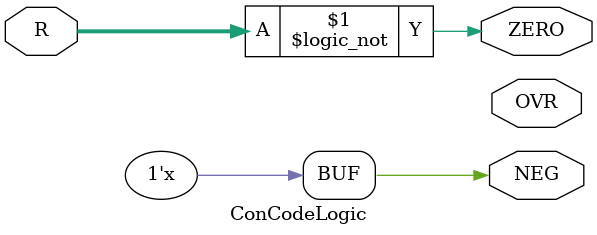
<source format=sv>
module ConCodeLogic #(parameter N = 4)
(
    input [N-1:0] R,
	 output NEG, OVR, ZERO
);
    //assign ZERO = !(R[0]|R[1]|R[2]|R[3]|R[4]|R[5]|R[6]|R[7]);
	 assign ZERO = 8'b0 == R;
	 assign NEG = R[7];

endmodule 
</source>
